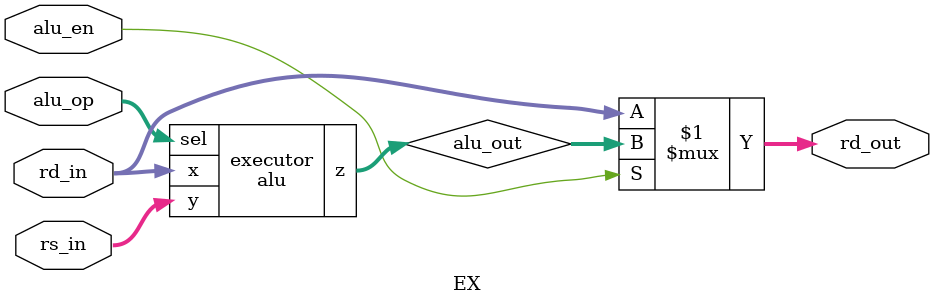
<source format=v>
`timescale 1ns / 1ps

module processor(code_mem_addr, code_mem_data, data_mem_write, data_mem_addr,
					  data_mem_in, data_mem_out, halt, reset, clk);
	parameter n = 16;
	input clk;
	input reset;
	input [n-1:0] code_mem_data;	//The instruction
	input [n-1:0] data_mem_out;	//The word from data memory at data_mem_addr
	
	output [n-1:0] code_mem_addr;	//Address at which we fetch the next instruction
	output data_mem_write;			//Signal to write to memory
	output [n-1:0] data_mem_addr;	//Address to data memory
	output [n-1:0] data_mem_in;	//Word to write to data memory
	output halt;

	//Signals entering IF stage
	wire squash_if, stall_if;

	//Signals entering ID stage
	wire [n-1:0] reg_rs_in_id;
	wire [n-1:0] rs_in_id;
	wire [n-1:0] reg_rd_in_id;
	wire [n-1:0] rd_in_id;
	
	wire [n-1:0] instr_id;
	wire [n-1:0] pc_id;
	
	wire ext_ld_id, stall_id, squash_id;
	
	//Signals leaving ID stage
	wire [n-1:0] id_target;
	wire id_is_extended, id_is_control, id_is_taken_control;
	wire id_is_halt;
	
	wire id_alu_en;
	wire [3:0] id_alu_op;
	
	wire id_mem_ld, id_mem_st, id_wb_en;

	wire [3:0] id_rd_read_sel;
	wire [3:0] id_rd_write_sel;
	wire [3:0] id_rs_sel;
	
	wire [n-1:0] id_rs_out;
	wire [n-1:0] id_rd_out;
	
	//Signals entering EX stage
	wire alu_en_ex;
	wire [3:0] alu_op_ex;
	
	wire [n-1:0] id_rs_ex;
	wire [n-1:0] id_rd_ex;
		
	wire [n-1:0] rd_ex;
	wire [n-1:0] rs_ex;
	
	wire [3:0] rd_sel_ex;
	wire [3:0] rs_sel_ex;
	
	wire mem_ld_ex, mem_st_ex, wb_en_ex;
	
	wire squash_ex;
	
	//Signals leaving EX stage
	wire [n-1:0] ex_rd;
	
	//Signals entering MEM stage
	wire [n-1:0] ex_rs_mem;
	wire [n-1:0] ex_rd_mem;
	wire [n-1:0] rd_mem;
	wire [n-1:0] rs_mem;
	
	wire [3:0] rd_sel_mem;
	wire [3:0] rs_sel_mem;
	
	wire mem_ld_mem, mem_st_mem, wb_en_mem;
	
	//Signals leaving MEM stage
	wire [n-1:0] mem_rd;
	
	//Signals entering WB stage
	wire wb_en_wb;
	wire [3:0] rd_sel_wb;
	wire [n-1:0] rd_wb;
	
	//Stuff for value forwarding
	wire vfu_stall_at_id, vfu_stall_at_ex;

	wire vf_id_rd_from_ex, vf_id_rd_from_mem, vf_id_rs_from_wb, vf_id_rd_from_wb;
	wire vf_ex_rs_from_mem, vf_ex_rd_from_mem, vf_ex_rs_from_wb, vf_ex_rd_from_wb;
	wire vf_mem_rs_from_wb, vf_mem_rd_from_wb;

	register_file reg_file(id_rs_sel, id_rd_read_sel, rd_sel_wb, reg_rs_in_id,
												 reg_rd_in_id, rd_wb, wb_en_wb, clk);

	//Value forwarding unit. This thing is HUGE
	value_forwarding_control VFU (
        .ctrl_in_id(id_is_control),
        .li_in_ex(wb_en_ex & ~alu_en_ex & ~mem_ld_ex),
        .li_in_mem(wb_en_mem & ~mem_ld_mem),
        .li_in_wb(wb_en_wb),
        .alu_in_ex(alu_en_ex),
        .ld_in_ex(mem_ld_ex),
        .ld_in_mem(mem_ld_mem),
        .st_in_mem(mem_st_mem),
		  .rs_sel_id(id_rs_sel),
        .rs_sel_ex(rs_sel_ex),
        .rs_sel_mem(rs_sel_mem),
        .rd_sel_id(id_rd_read_sel),
        .rd_sel_ex(rd_sel_ex),
        .rd_sel_mem(rd_sel_mem),
        .rd_sel_wb(rd_sel_wb),
        .id_rd_from_ex(vf_id_rd_from_ex),
        .id_rd_from_mem(vf_id_rd_from_mem),
        .id_rs_from_wb(vf_id_rs_from_wb),
        .id_rd_from_wb(vf_id_rd_from_wb),
        .ex_rs_from_mem(vf_ex_rs_from_mem),
        .ex_rd_from_mem(vf_ex_rd_from_mem),
        .ex_rs_from_wb(vf_ex_rs_from_wb),
        .ex_rd_from_wb(vf_ex_rd_from_wb),
        .mem_rs_from_wb(vf_mem_rs_from_wb),
        .mem_rd_from_wb(vf_mem_rd_from_wb),
        .stall_at_id(vfu_stall_at_id),
        .stall_at_ex(vfu_stall_at_ex)
	);

	//The control unit for the beginning of the pipeline
	flow_control pipeline_control(id_is_extended, id_is_taken_control, id_is_halt, 
										   vfu_stall_at_id, vfu_stall_at_ex, stall_if,
										   stall_id, squash_if, squash_id, squash_ex, 
										   ext_ld_id, halt, reset, clk);

	//==========================================================================
	//		INSTRUCTION FETCH
	//==========================================================================
	//IF stage. Load the pc with the target address only if the control_is_taken
	// signal is generated with a real instruction in ID. i.e. not one that is 
	// waiting for a value, or the second byte of an extended
	IF instr_fetch(code_mem_addr, stall_if, id_is_taken_control & ~vfu_stall_at_id & ~ext_ld_id,
					   id_target, reset, clk);
	
	//Interstage buffers. The instruction is always loaded, but is zeroed out if IF
	// needs to stall. The PC is always forwarded
	interstage_buffer if_id_instr(~stall_if, squash_if, code_mem_data, reset, instr_id, clk);
	interstage_buffer if_id_pc(~stall_if, squash_if, code_mem_addr, reset, pc_id, clk);

	//==========================================================================
	//		INSTRUCTION DECODE
	//==========================================================================	
	//If forwarding from wb, select that, else, if forwarding from mem.... etc
	assign rd_in_id = vf_id_rd_from_wb ? rd_wb : (vf_id_rd_from_mem ? rd_mem : 
												(vf_id_rd_from_ex ? rd_ex : reg_rd_in_id));
	assign rs_in_id = vf_id_rs_from_wb ? rd_wb : reg_rs_in_id;
	
	ID instr_decode(instr_id, pc_id, rs_in_id, rd_in_id, id_is_extended, id_is_halt,
						 id_is_control, id_is_taken_control, id_target, id_alu_en, id_alu_op, id_mem_ld,
						 id_mem_st, id_wb_en, id_rs_sel, id_rd_read_sel, id_rd_write_sel,
						 id_rs_out, id_rd_out);

	//Interstage buffers. If there is an extended 32 bit instruction in ID, then
	// nothing but the RD buffer is loaded, sort of a partial stall. At the same
	// time, the control unit also squashes the instruction coming from ID so that
	// it is not forwarded to EX without an operand.	
	//In addition, if the ext_ld_id signal is high, it is the second cycle of an 
	// extended instruction fetch, so just bypass the entire ID stage and load 
	// the instruction straight from the IF/ID buffer	
	interstage_buffer id_ex_rd(~stall_id | ext_ld_id, squash_id, ext_ld_id ? instr_id : id_rd_out, reset, id_rd_ex, clk);
	interstage_buffer id_ex_rs(~(stall_id | ext_ld_id), squash_id, id_rs_out, reset, id_rs_ex, clk);
	
	defparam id_ex_rd_sel.n = 4;
	interstage_buffer id_ex_rd_sel(~(stall_id | ext_ld_id), reset | squash_id, id_rd_write_sel, reset, rd_sel_ex, clk);

	defparam id_ex_rs_sel.n = 4;
	interstage_buffer id_ex_rs_sel(~(stall_id | ext_ld_id), reset | squash_id, id_rs_sel, reset, rs_sel_ex, clk);

	defparam id_ex_alu_en.n = 1;
	interstage_buffer id_ex_alu_en(~(stall_id | ext_ld_id), reset | squash_id, id_alu_en, reset, alu_en_ex, clk);
	
	defparam id_ex_alu_op.n = 4;
	interstage_buffer id_ex_alu_op(~(stall_id | ext_ld_id), reset | squash_id, id_alu_op, reset, alu_op_ex, clk);

	defparam id_ex_mem_ld.n = 1;
	interstage_buffer id_ex_mem_ld(~(stall_id | ext_ld_id), reset | squash_id, id_mem_ld, reset, mem_ld_ex, clk);
	
	defparam id_ex_mem_st.n = 1;
	interstage_buffer id_ex_mem_st(~(stall_id | ext_ld_id), reset | squash_id, id_mem_st, reset, mem_st_ex, clk);
	
	defparam id_ex_wb_en.n = 1;
	interstage_buffer id_ex_wb_en(~(stall_id | ext_ld_id), reset | squash_id, id_wb_en, reset, wb_en_ex, clk);

	//==========================================================================
	//		EXECUTE
	//==========================================================================
	assign rs_ex = vf_ex_rs_from_wb ? rd_wb : (vf_ex_rs_from_mem ? rd_mem : id_rs_ex);
	assign rd_ex = vf_ex_rd_from_wb ? rd_wb : (vf_ex_rd_from_mem ? rd_mem : id_rd_ex);
	
	EX execute(rs_ex, rd_ex, alu_en_ex, alu_op_ex, ex_rd);
	
	interstage_buffer ex_mem_rd(1'b1, reset | squash_ex, ex_rd, reset, ex_rd_mem, clk);
	interstage_buffer ex_mem_rs(1'b1, reset | squash_ex, rs_ex, reset, ex_rs_mem, clk);
	
	defparam ex_mem_rd_sel.n = 4;
	interstage_buffer ex_mem_rd_sel(1'b1, reset | squash_ex, rd_sel_ex, reset, rd_sel_mem, clk);

	defparam ex_mem_rs_sel.n = 4;
	interstage_buffer ex_mem_rs_sel(1'b1, reset | squash_ex, rs_sel_ex, reset, rs_sel_mem, clk);
		
	defparam ex_mem_mem_ld.n = 1;
	interstage_buffer ex_mem_mem_ld(1'b1, reset | squash_ex, mem_ld_ex, reset, mem_ld_mem, clk);
	
	defparam ex_mem_mem_st.n = 1;
	interstage_buffer ex_mem_mem_st(1'b1, reset | squash_ex, mem_st_ex, reset, mem_st_mem, clk);
	
	defparam ex_mem_wb_en.n = 1;
	interstage_buffer ex_mem_wb_en(1'b1, reset | squash_ex, wb_en_ex, reset, wb_en_mem, clk);
	
	//==========================================================================
	//		MEMORY
	//==========================================================================
	assign rs_mem = vf_mem_rs_from_wb ? rd_wb : ex_rs_mem;
	assign rd_mem = vf_mem_rd_from_wb ? rd_wb : ex_rd_mem;

	assign data_mem_write = mem_st_mem;
	assign data_mem_addr  = mem_st_mem ? rd_mem : rs_mem;
	assign data_mem_in	 = rs_mem;
	assign mem_rd			 = mem_ld_mem ? data_mem_out : rd_mem;

	interstage_buffer mem_wb_rd(1'b1, 1'b0, mem_rd, reset, rd_wb, clk);
	
	defparam mem_wb_rd_sel.n = 4;
	interstage_buffer mem_wb_rd_sel(1'b1, 1'b0, rd_sel_mem, reset, rd_sel_wb, clk);
	
	defparam mem_wb_wb_en.n = 1;
	interstage_buffer mem_wb_wb_en(1'b1, 1'b0, wb_en_mem, reset, wb_en_wb, clk);
	
	//==========================================================================
	//		WRITEBACK
	//==========================================================================

	//Theres not really anything here... just three wires that go to the 
	// register file

endmodule

//A simple register with discrete input and output ports. The contents of the
//register is alway asserted on the output port when oe is high, and the value
//on the input port is loaded into the register if the load signal is asserted
//on the positive edge of the clock.
module two_port_register(ld, in, reset, out, clk);
	parameter n = 16;
	input clk;
	input ld;
	input [n-1:0] in;
	input reset;
	output [n-1:0] out;
	
	reg [n-1:0] contents;
	
	assign out = contents;

	always@(posedge clk)
		if(reset) contents <= 'b0;
		else if(ld) contents <= in;
		
endmodule

//Same as the above, except that there is a signal which causes the register to
//output zeroes instead of its contents.
module interstage_buffer(ld, zero, in, reset, out, clk);
	parameter n = 16;
	input clk;
	input ld;
	input zero;
	input [n-1:0] in;
	input reset;
	output [n-1:0] out;
	
	reg [n-1:0] contents;
	
	assign out = zero ? 0 : contents;

	always@(posedge clk)
		if(reset) contents <= 0;
		else if(ld) contents <= in;

endmodule

//Register file with input and 2 output points
//R0 is tied to 0, R1 to -1
module register_file(sel_out1, sel_out2, sel_in, out1, out2, in, ld, clk);
	parameter n = 16;
	input [3:0] sel_out1;
	input [3:0] sel_out2;
	input [3:0] sel_in;
	input clk;
	input ld;
	input [n-1:0] in;
	output [n-1:0] out1;
	output [n-1:0] out2;
	
	reg [n-1:0] contents [2:15];
	
	//R0 returns all zeroes, R1 returns all ones.
	assign out1 = (sel_out1 == 0) ? 'b0 : ((sel_out1 == 1) ? -1 : contents[sel_out1]);
	assign out2 = (sel_out2 == 0) ? 'b0 : ((sel_out2 == 1) ? -1 : contents[sel_out2]);

	always@(posedge clk)
		if(ld & ~((sel_in == 0) | (sel_in == 1))) contents[sel_in] <= in;
endmodule

//16-bit ALU
module alu(x, y, z, sel);
	parameter n = 16;
	input [n-1:0] x;
	input [n-1:0] y;
	output [n-1:0] z;
	input [3:0] sel;
	
	reg [n-1:0] z;
	
	//Hopefully, Xilinx will be smart enough to recognize that this is
	// just a big multiplexer
   always @(sel, x, y)
		case (sel)
			4'b0000: z = x + y;
			4'b0001: z = x - y;
			4'b0010: z = x & y;
			4'b0011: z = x | y;
			4'b0100: z = x ^ y;
			4'b0101: z = y[0] + y[1] + y[2] + y[3] + y[4] + y[5] + y[6] + y[7] + y[8]
							 + y[9] + y[10] + y[11] + y[12] + y[13] + y[14] + y[15];
			default: z = 'bx;
		endcase
	
endmodule

//The instruction fetch stage: the output address indicates where the
// next instruction should be fetched.
//The most common behavior of is to increment the addr every clock cycle. However,
// if stall is high, the address will not be incremented. If pc_ld is high, the
// value on target_addr is loaded into the PC instead of PC+1. The PC can be
// loaded when the stall signal is high. This way, if a later stage stalls while
// a control instruction is in ID, the target address can still be loaded, 
// which overlaps the stalls.
module IF(addr, stall, pc_ld, target_addr, reset, clk);
	parameter n = 16;
	input stall;
	input clk;
	input pc_ld;	//If high, loads the value at target_addr into the PC
	input [n-1:0] target_addr;
	input reset;
	output [n-1:0] addr;	//The current PC, where we should be fetching
								// the next instruction

	wire [n-1:0] pc_next;		//The input to the PC
	wire [n-1:0] pc_out_addr;	//The output from the PC
	
	assign addr = pc_out_addr;

	//The next PC is either the target address, or the instruction after
	// the current PC
	assign pc_next = pc_ld ? target_addr : pc_out_addr + 1;
	
	//Load the PC when there is no stall, or if there is a stall, when
	// a load is requested
	two_port_register pc(~stall | pc_ld, pc_next, reset, pc_out_addr, clk);
endmodule

//Instruction decode module. Decodes the opcode and outputs a set of control
// signals. The source register is loaded from rs_sel, if the instruction does
// not use rs, then the values in rs and rs_sel are junk and the other control
// signals will cause them to be ignored. The destination register is what is
// written back to the register file in WB, so it is always loaded with something.
// For ALU instructions, it is loaded with ID, for memory-immediate, the immediate
// value, for JAL, the PC. This will make value forwarding easier: only rd_sel
// needs to be checked.
module ID(instr, pc, rs_in, rd_in, is_extended, is_halt, is_control, is_taken_control, target_addr, 
			 alu_en, alu_op, mem_ld, mem_st, wb_en, rs_sel, rd_read_sel, rd_write_sel, 
			 rs_out, rd_out);
	parameter n=16;
	input [n-1:0] instr;
	input [n-1:0] pc;
	
	output is_extended;
	output is_halt;
	output is_control;
	output is_taken_control;
	output [n-1:0] target_addr;

	output alu_en;
	output [3:0] alu_op;
	output mem_ld, mem_st;
	output wb_en;
	output [3:0] rs_sel;
	output [3:0] rd_read_sel;
	output [3:0] rd_write_sel;
	output [n-1:0] rs_out;
	output [n-1:0] rd_out;

	input [n-1:0] rd_in;
	input [n-1:0] rs_in;

	wire mem_ild;
	wire is_jump, is_jal, is_branch, branch_true;
	wire [16:0] imm_val;

	assign is_halt = (~|instr[15:9]) & instr[8];

	assign alu_en = ~instr[15] & instr[13];
	assign alu_op = instr[11:8];

	assign mem 		= ~instr[15] & instr[14];
	assign mem_ld	= mem & (~|instr[11:8]);
	assign mem_st	= mem & (~|instr[11:9]) & instr[8];
	assign mem_ild	= instr[15] & instr[14];

	assign imm_val	= {{8{instr[7]}},instr[7:0]};

	assign wb_en	= is_jal | mem_ld | mem_ild | alu_en;

	//rd_read_sel is the value of rd_sel used to read the register file
	//rd_write_sel is the value of rd_sel which should be written to in WB.
	//This is a hack. Since JAL always writes to $15, and we dont have a clock,
	// we have to generate a second signal.
	assign rs_sel			= instr[3:0];
	assign rd_read_sel	= instr[15] ? instr[11:8] : instr[7:4];
	assign rd_write_sel 	= is_jal ? 15 : rd_read_sel; 

	assign is_jump	= ~instr[15] & instr[12];
	assign is_jal	= is_jump & (~|instr[11:9]) & instr[8];

	assign is_branch		= instr[15] & instr[13];
	assign branch_true	= instr[12] ? rd_in[15] : ~|rd_in[15:0];
	assign target_addr	= is_branch ? imm_val + pc : rd_in;

	assign is_control 	= is_branch | is_jump;
	assign is_taken_control = (is_branch & branch_true) | is_jump; 
	
	assign is_extended	= mem_ild & instr[12];
	
	//If the instruction is a load immediate, rd is the sign extended immediate
	// value. If its a JAL, store the PC in rd for writeback, otherwise, use
	// whatever came into the module, ostensibly from the register file. If the
	// instruction doesn't have an rd, the other control signals should prevent
	// its use. Extended instructions are handled outside this module
	assign rd_out = mem_ild ? imm_val : (is_jal ? pc + 1 : rd_in);
	
	assign rs_out = rs_in;
endmodule

//The EX stage... entirely combinatorial. Passes rd through unaltered if the
// instruction is not a register-register ALU instruction
module EX(rs_in, rd_in, alu_en, alu_op, rd_out);
	parameter n=16;
	input [n-1:0] rs_in;
	input [n-1:0] rd_in;
	input alu_en;
	input [3:0] alu_op;
	output [n-1:0] rd_out;
	
	wire [n-1:0] alu_out;
	
	assign rd_out = alu_en ? alu_out : rd_in;
	
	alu executor(rd_in, rs_in, alu_out, alu_op);
	
endmodule

</source>
